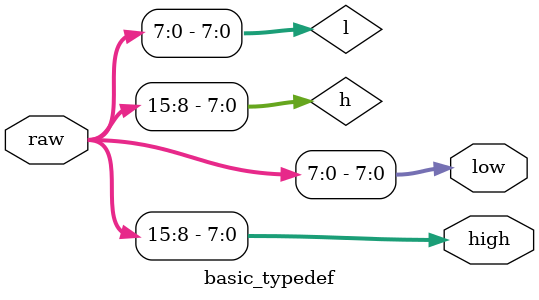
<source format=sv>
module basic_typedef (
    input  logic [15:0] raw,
    output logic [7:0]  high, low
);
    typedef logic [7:0] byte_t;
    byte_t h, l;
    assign {h, l} = raw;
    assign high = h;
    assign low = l;
endmodule

</source>
